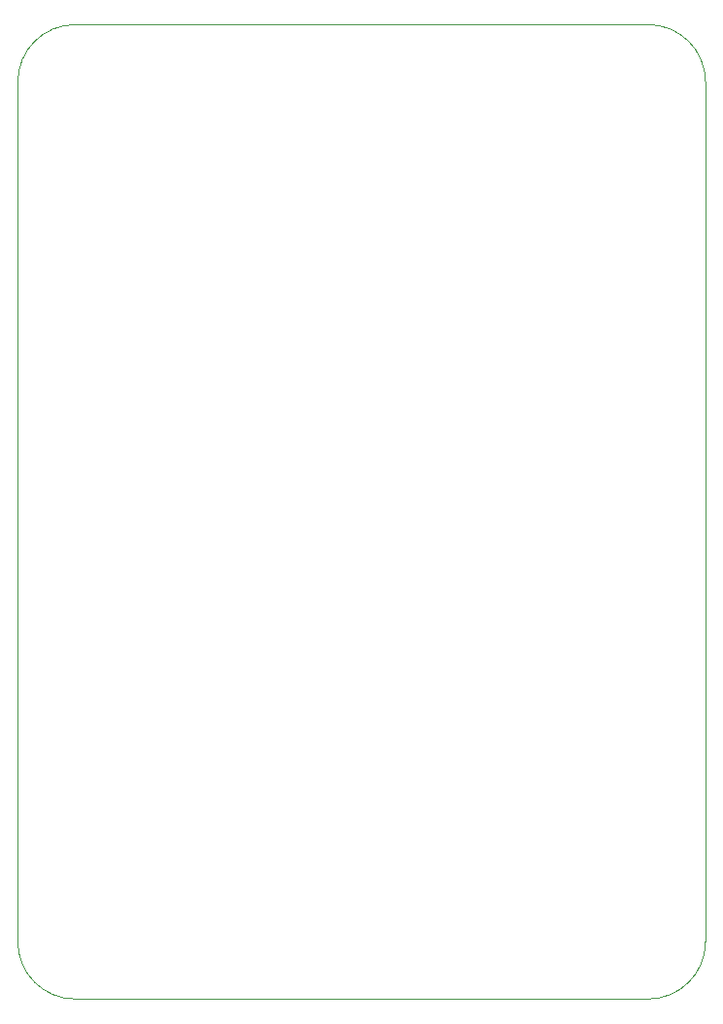
<source format=gbr>
%TF.GenerationSoftware,KiCad,Pcbnew,(7.0.0)*%
%TF.CreationDate,2023-06-26T10:50:56+12:00*%
%TF.ProjectId,VehicleVCU_PCB,56656869-636c-4655-9643-555f5043422e,rev?*%
%TF.SameCoordinates,Original*%
%TF.FileFunction,Profile,NP*%
%FSLAX46Y46*%
G04 Gerber Fmt 4.6, Leading zero omitted, Abs format (unit mm)*
G04 Created by KiCad (PCBNEW (7.0.0)) date 2023-06-26 10:50:56*
%MOMM*%
%LPD*%
G01*
G04 APERTURE LIST*
%TA.AperFunction,Profile*%
%ADD10C,0.100000*%
%TD*%
G04 APERTURE END LIST*
D10*
X175000000Y-140000000D02*
X125000000Y-140000000D01*
X120000000Y-135000000D02*
G75*
G03*
X125000000Y-140000000I5000000J0D01*
G01*
X180000000Y-60000000D02*
X180000000Y-135000000D01*
X120000000Y-135000000D02*
X120000000Y-60000000D01*
X175000000Y-140000000D02*
G75*
G03*
X180000000Y-135000000I0J5000000D01*
G01*
X125000000Y-55000000D02*
G75*
G03*
X120000000Y-60000000I0J-5000000D01*
G01*
X125000000Y-55000000D02*
X175000000Y-55000000D01*
X180000000Y-60000000D02*
G75*
G03*
X175000000Y-55000000I-5000000J0D01*
G01*
M02*

</source>
